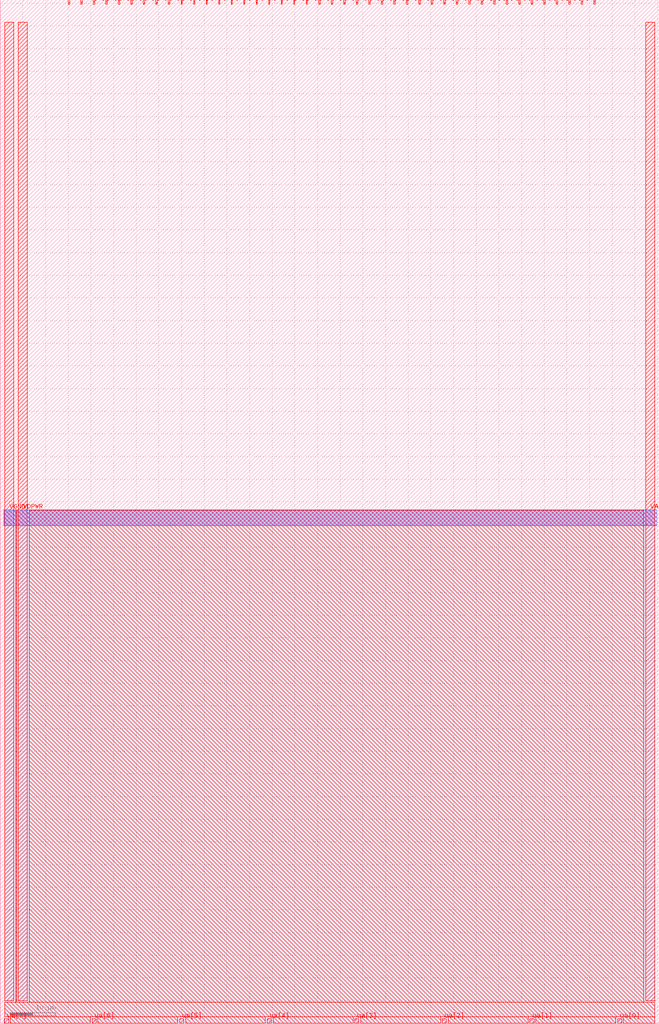
<source format=lef>
VERSION 5.7 ;
  NOWIREEXTENSIONATPIN ON ;
  DIVIDERCHAR "/" ;
  BUSBITCHARS "[]" ;
MACRO tt_um_htfab_pi_snake
  CLASS BLOCK ;
  FOREIGN tt_um_htfab_pi_snake ;
  ORIGIN 0.000 0.000 ;
  SIZE 145.360 BY 225.760 ;
  PIN clk
    DIRECTION INPUT ;
    USE SIGNAL ;
    PORT
      LAYER met4 ;
        RECT 128.190 224.760 128.490 225.760 ;
    END
  END clk
  PIN ena
    DIRECTION INPUT ;
    USE SIGNAL ;
    PORT
      LAYER met4 ;
        RECT 130.950 224.760 131.250 225.760 ;
    END
  END ena
  PIN rst_n
    DIRECTION INPUT ;
    USE SIGNAL ;
    PORT
      LAYER met4 ;
        RECT 125.430 224.760 125.730 225.760 ;
    END
  END rst_n
  PIN ua[0]
    DIRECTION INOUT ;
    USE SIGNAL ;
    PORT
      LAYER met4 ;
        RECT 136.170 0.000 137.070 1.000 ;
    END
  END ua[0]
  PIN ua[1]
    DIRECTION INOUT ;
    USE SIGNAL ;
    PORT
      LAYER met4 ;
        RECT 116.850 0.000 117.750 1.000 ;
    END
  END ua[1]
  PIN ua[2]
    DIRECTION INOUT ;
    USE SIGNAL ;
    PORT
      LAYER met4 ;
        RECT 97.530 0.000 98.430 1.000 ;
    END
  END ua[2]
  PIN ua[3]
    DIRECTION INOUT ;
    USE SIGNAL ;
    PORT
      LAYER met4 ;
        RECT 78.210 0.000 79.110 1.000 ;
    END
  END ua[3]
  PIN ua[4]
    DIRECTION INOUT ;
    USE SIGNAL ;
    PORT
      LAYER met4 ;
        RECT 58.890 0.000 59.790 1.000 ;
    END
  END ua[4]
  PIN ua[5]
    DIRECTION INOUT ;
    USE SIGNAL ;
    PORT
      LAYER met4 ;
        RECT 39.570 0.000 40.470 1.000 ;
    END
  END ua[5]
  PIN ua[6]
    DIRECTION INOUT ;
    USE SIGNAL ;
    PORT
      LAYER met4 ;
        RECT 20.250 0.000 21.150 1.000 ;
    END
  END ua[6]
  PIN ua[7]
    DIRECTION INOUT ;
    USE SIGNAL ;
    PORT
      LAYER met4 ;
        RECT 0.930 0.000 1.830 1.000 ;
    END
  END ua[7]
  PIN ui_in[0]
    DIRECTION INPUT ;
    USE SIGNAL ;
    PORT
      LAYER met4 ;
        RECT 122.670 224.760 122.970 225.760 ;
    END
  END ui_in[0]
  PIN ui_in[1]
    DIRECTION INPUT ;
    USE SIGNAL ;
    PORT
      LAYER met4 ;
        RECT 119.910 224.760 120.210 225.760 ;
    END
  END ui_in[1]
  PIN ui_in[2]
    DIRECTION INPUT ;
    USE SIGNAL ;
    PORT
      LAYER met4 ;
        RECT 117.150 224.760 117.450 225.760 ;
    END
  END ui_in[2]
  PIN ui_in[3]
    DIRECTION INPUT ;
    USE SIGNAL ;
    PORT
      LAYER met4 ;
        RECT 114.390 224.760 114.690 225.760 ;
    END
  END ui_in[3]
  PIN ui_in[4]
    DIRECTION INPUT ;
    USE SIGNAL ;
    PORT
      LAYER met4 ;
        RECT 111.630 224.760 111.930 225.760 ;
    END
  END ui_in[4]
  PIN ui_in[5]
    DIRECTION INPUT ;
    USE SIGNAL ;
    PORT
      LAYER met4 ;
        RECT 108.870 224.760 109.170 225.760 ;
    END
  END ui_in[5]
  PIN ui_in[6]
    DIRECTION INPUT ;
    USE SIGNAL ;
    PORT
      LAYER met4 ;
        RECT 106.110 224.760 106.410 225.760 ;
    END
  END ui_in[6]
  PIN ui_in[7]
    DIRECTION INPUT ;
    USE SIGNAL ;
    PORT
      LAYER met4 ;
        RECT 103.350 224.760 103.650 225.760 ;
    END
  END ui_in[7]
  PIN uio_in[0]
    DIRECTION INPUT ;
    USE SIGNAL ;
    PORT
      LAYER met4 ;
        RECT 100.590 224.760 100.890 225.760 ;
    END
  END uio_in[0]
  PIN uio_in[1]
    DIRECTION INPUT ;
    USE SIGNAL ;
    PORT
      LAYER met4 ;
        RECT 97.830 224.760 98.130 225.760 ;
    END
  END uio_in[1]
  PIN uio_in[2]
    DIRECTION INPUT ;
    USE SIGNAL ;
    PORT
      LAYER met4 ;
        RECT 95.070 224.760 95.370 225.760 ;
    END
  END uio_in[2]
  PIN uio_in[3]
    DIRECTION INPUT ;
    USE SIGNAL ;
    PORT
      LAYER met4 ;
        RECT 92.310 224.760 92.610 225.760 ;
    END
  END uio_in[3]
  PIN uio_in[4]
    DIRECTION INPUT ;
    USE SIGNAL ;
    PORT
      LAYER met4 ;
        RECT 89.550 224.760 89.850 225.760 ;
    END
  END uio_in[4]
  PIN uio_in[5]
    DIRECTION INPUT ;
    USE SIGNAL ;
    PORT
      LAYER met4 ;
        RECT 86.790 224.760 87.090 225.760 ;
    END
  END uio_in[5]
  PIN uio_in[6]
    DIRECTION INPUT ;
    USE SIGNAL ;
    PORT
      LAYER met4 ;
        RECT 84.030 224.760 84.330 225.760 ;
    END
  END uio_in[6]
  PIN uio_in[7]
    DIRECTION INPUT ;
    USE SIGNAL ;
    PORT
      LAYER met4 ;
        RECT 81.270 224.760 81.570 225.760 ;
    END
  END uio_in[7]
  PIN uio_oe[0]
    DIRECTION OUTPUT ;
    USE SIGNAL ;
    PORT
      LAYER met4 ;
        RECT 34.350 224.760 34.650 225.760 ;
    END
  END uio_oe[0]
  PIN uio_oe[1]
    DIRECTION OUTPUT ;
    USE SIGNAL ;
    PORT
      LAYER met4 ;
        RECT 31.590 224.760 31.890 225.760 ;
    END
  END uio_oe[1]
  PIN uio_oe[2]
    DIRECTION OUTPUT ;
    USE SIGNAL ;
    PORT
      LAYER met4 ;
        RECT 28.830 224.760 29.130 225.760 ;
    END
  END uio_oe[2]
  PIN uio_oe[3]
    DIRECTION OUTPUT ;
    USE SIGNAL ;
    PORT
      LAYER met4 ;
        RECT 26.070 224.760 26.370 225.760 ;
    END
  END uio_oe[3]
  PIN uio_oe[4]
    DIRECTION OUTPUT ;
    USE SIGNAL ;
    PORT
      LAYER met4 ;
        RECT 23.310 224.760 23.610 225.760 ;
    END
  END uio_oe[4]
  PIN uio_oe[5]
    DIRECTION OUTPUT ;
    USE SIGNAL ;
    PORT
      LAYER met4 ;
        RECT 20.550 224.760 20.850 225.760 ;
    END
  END uio_oe[5]
  PIN uio_oe[6]
    DIRECTION OUTPUT ;
    USE SIGNAL ;
    PORT
      LAYER met4 ;
        RECT 17.790 224.760 18.090 225.760 ;
    END
  END uio_oe[6]
  PIN uio_oe[7]
    DIRECTION OUTPUT ;
    USE SIGNAL ;
    PORT
      LAYER met4 ;
        RECT 15.030 224.760 15.330 225.760 ;
    END
  END uio_oe[7]
  PIN uio_out[0]
    DIRECTION OUTPUT ;
    USE SIGNAL ;
    PORT
      LAYER met4 ;
        RECT 56.430 224.760 56.730 225.760 ;
    END
  END uio_out[0]
  PIN uio_out[1]
    DIRECTION OUTPUT ;
    USE SIGNAL ;
    PORT
      LAYER met4 ;
        RECT 53.670 224.760 53.970 225.760 ;
    END
  END uio_out[1]
  PIN uio_out[2]
    DIRECTION OUTPUT ;
    USE SIGNAL ;
    PORT
      LAYER met4 ;
        RECT 50.910 224.760 51.210 225.760 ;
    END
  END uio_out[2]
  PIN uio_out[3]
    DIRECTION OUTPUT ;
    USE SIGNAL ;
    PORT
      LAYER met4 ;
        RECT 48.150 224.760 48.450 225.760 ;
    END
  END uio_out[3]
  PIN uio_out[4]
    DIRECTION OUTPUT ;
    USE SIGNAL ;
    PORT
      LAYER met4 ;
        RECT 45.390 224.760 45.690 225.760 ;
    END
  END uio_out[4]
  PIN uio_out[5]
    DIRECTION OUTPUT ;
    USE SIGNAL ;
    PORT
      LAYER met4 ;
        RECT 42.630 224.760 42.930 225.760 ;
    END
  END uio_out[5]
  PIN uio_out[6]
    DIRECTION OUTPUT ;
    USE SIGNAL ;
    PORT
      LAYER met4 ;
        RECT 39.870 224.760 40.170 225.760 ;
    END
  END uio_out[6]
  PIN uio_out[7]
    DIRECTION OUTPUT ;
    USE SIGNAL ;
    PORT
      LAYER met4 ;
        RECT 37.110 224.760 37.410 225.760 ;
    END
  END uio_out[7]
  PIN uo_out[0]
    DIRECTION OUTPUT ;
    USE SIGNAL ;
    PORT
      LAYER met4 ;
        RECT 78.510 224.760 78.810 225.760 ;
    END
  END uo_out[0]
  PIN uo_out[1]
    DIRECTION OUTPUT ;
    USE SIGNAL ;
    PORT
      LAYER met4 ;
        RECT 75.750 224.760 76.050 225.760 ;
    END
  END uo_out[1]
  PIN uo_out[2]
    DIRECTION OUTPUT ;
    USE SIGNAL ;
    PORT
      LAYER met4 ;
        RECT 72.990 224.760 73.290 225.760 ;
    END
  END uo_out[2]
  PIN uo_out[3]
    DIRECTION OUTPUT ;
    USE SIGNAL ;
    PORT
      LAYER met4 ;
        RECT 70.230 224.760 70.530 225.760 ;
    END
  END uo_out[3]
  PIN uo_out[4]
    DIRECTION OUTPUT ;
    USE SIGNAL ;
    PORT
      LAYER met4 ;
        RECT 67.470 224.760 67.770 225.760 ;
    END
  END uo_out[4]
  PIN uo_out[5]
    DIRECTION OUTPUT ;
    USE SIGNAL ;
    PORT
      LAYER met4 ;
        RECT 64.710 224.760 65.010 225.760 ;
    END
  END uo_out[5]
  PIN uo_out[6]
    DIRECTION OUTPUT ;
    USE SIGNAL ;
    PORT
      LAYER met4 ;
        RECT 61.950 224.760 62.250 225.760 ;
    END
  END uo_out[6]
  PIN uo_out[7]
    DIRECTION OUTPUT ;
    USE SIGNAL ;
    PORT
      LAYER met4 ;
        RECT 59.190 224.760 59.490 225.760 ;
    END
  END uo_out[7]
  PIN VDPWR
    DIRECTION INOUT ;
    USE POWER ;
    PORT
      LAYER met4 ;
        RECT 4.000 5.000 6.000 220.760 ;
    END
  END VDPWR
  PIN VGND
    DIRECTION INOUT ;
    USE GROUND ;
    PORT
      LAYER met4 ;
        RECT 1.000 5.000 3.000 220.760 ;
    END
  END VGND
  PIN VAPWR
    DIRECTION INOUT ;
    USE POWER ;
    PORT
      LAYER met4 ;
        RECT 142.360 5.000 144.360 220.760 ;
    END
  END VAPWR
  OBS
      LAYER li1 ;
        RECT 0.830 109.850 144.770 113.165 ;
      LAYER met1 ;
        RECT 0.780 109.790 144.820 113.225 ;
      LAYER met2 ;
        RECT 0.830 109.800 144.770 113.215 ;
      LAYER met3 ;
        RECT 0.950 0.000 144.410 113.190 ;
      LAYER met4 ;
        RECT 3.400 4.600 3.600 113.170 ;
        RECT 6.400 4.600 141.960 113.170 ;
        RECT 0.995 1.400 144.365 4.600 ;
        RECT 2.230 0.000 19.850 1.400 ;
        RECT 21.550 0.000 39.170 1.400 ;
        RECT 40.870 0.000 58.490 1.400 ;
        RECT 60.190 0.000 77.810 1.400 ;
        RECT 79.510 0.000 97.130 1.400 ;
        RECT 98.830 0.000 116.450 1.400 ;
        RECT 118.150 0.000 135.770 1.400 ;
        RECT 137.470 0.000 144.365 1.400 ;
  END
END tt_um_htfab_pi_snake
END LIBRARY


</source>
